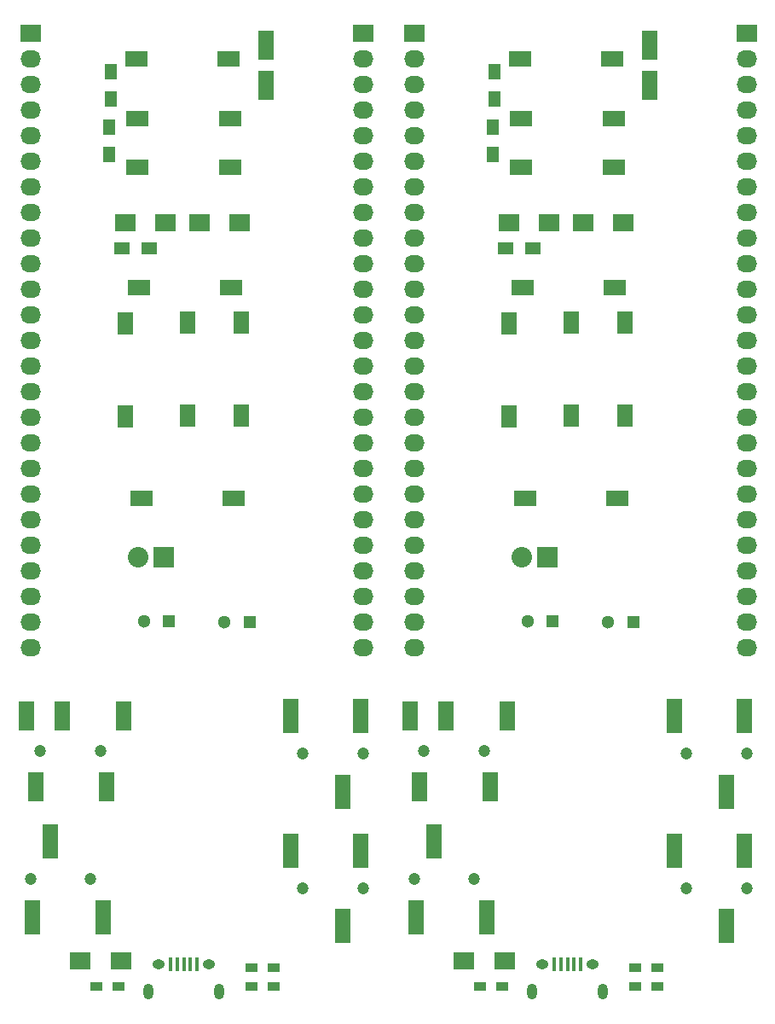
<source format=gbr>
%TF.GenerationSoftware,KiCad,Pcbnew,6.0.10-86aedd382b~118~ubuntu22.04.1*%
%TF.CreationDate,2022-12-28T16:13:35+01:00*%
%TF.ProjectId,BM83_breadboard_adapter_panel,424d3833-5f62-4726-9561-64626f617264,rev?*%
%TF.SameCoordinates,Original*%
%TF.FileFunction,Soldermask,Top*%
%TF.FilePolarity,Negative*%
%FSLAX46Y46*%
G04 Gerber Fmt 4.6, Leading zero omitted, Abs format (unit mm)*
G04 Created by KiCad (PCBNEW 6.0.10-86aedd382b~118~ubuntu22.04.1) date 2022-12-28 16:13:35*
%MOMM*%
%LPD*%
G01*
G04 APERTURE LIST*
%ADD10R,2.000000X1.700000*%
%ADD11C,1.200000*%
%ADD12R,1.500000X3.500000*%
%ADD13R,2.032000X1.727200*%
%ADD14O,2.032000X1.727200*%
%ADD15R,1.500000X1.300000*%
%ADD16R,1.300000X1.500000*%
%ADD17R,2.180000X1.600000*%
%ADD18R,1.600000X2.180000*%
%ADD19R,1.500000X3.000000*%
%ADD20R,1.200000X0.900000*%
%ADD21R,2.032000X2.032000*%
%ADD22O,2.032000X2.032000*%
%ADD23R,0.400000X1.350000*%
%ADD24O,1.250000X0.950000*%
%ADD25O,1.000000X1.550000*%
%ADD26R,1.300000X1.300000*%
%ADD27C,1.300000*%
%ADD28R,1.501140X2.999740*%
G04 APERTURE END LIST*
D10*
%TO.C,D1*%
X215918800Y-104825800D03*
X211918800Y-104825800D03*
%TD*%
D11*
%TO.C,J2*%
X222142800Y-157530800D03*
X228142800Y-157530800D03*
D12*
X227942800Y-153780800D03*
X220942800Y-153780800D03*
X226142800Y-161280800D03*
%TD*%
D13*
%TO.C,J4*%
X228142800Y-86029800D03*
D14*
X228142800Y-88569800D03*
X228142800Y-91109800D03*
X228142800Y-93649800D03*
X228142800Y-96189800D03*
X228142800Y-98729800D03*
X228142800Y-101269800D03*
X228142800Y-103809800D03*
X228142800Y-106349800D03*
X228142800Y-108889800D03*
X228142800Y-111429800D03*
X228142800Y-113969800D03*
X228142800Y-116509800D03*
X228142800Y-119049800D03*
X228142800Y-121589800D03*
X228142800Y-124129800D03*
X228142800Y-126669800D03*
X228142800Y-129209800D03*
X228142800Y-131749800D03*
X228142800Y-134289800D03*
X228142800Y-136829800D03*
X228142800Y-139369800D03*
X228142800Y-141909800D03*
X228142800Y-144449800D03*
X228142800Y-146989800D03*
%TD*%
D13*
%TO.C,J5*%
X195122800Y-86029800D03*
D14*
X195122800Y-88569800D03*
X195122800Y-91109800D03*
X195122800Y-93649800D03*
X195122800Y-96189800D03*
X195122800Y-98729800D03*
X195122800Y-101269800D03*
X195122800Y-103809800D03*
X195122800Y-106349800D03*
X195122800Y-108889800D03*
X195122800Y-111429800D03*
X195122800Y-113969800D03*
X195122800Y-116509800D03*
X195122800Y-119049800D03*
X195122800Y-121589800D03*
X195122800Y-124129800D03*
X195122800Y-126669800D03*
X195122800Y-129209800D03*
X195122800Y-131749800D03*
X195122800Y-134289800D03*
X195122800Y-136829800D03*
X195122800Y-139369800D03*
X195122800Y-141909800D03*
X195122800Y-144449800D03*
X195122800Y-146989800D03*
%TD*%
D15*
%TO.C,R14*%
X204186800Y-107365800D03*
X206886800Y-107365800D03*
%TD*%
D16*
%TO.C,R10*%
X203123800Y-92586800D03*
X203123800Y-89886800D03*
%TD*%
D17*
%TO.C,SW7*%
X205760370Y-99362480D03*
X214965230Y-99367120D03*
%TD*%
D18*
%TO.C,SW6*%
X210746120Y-114764870D03*
X210741480Y-123969730D03*
%TD*%
D17*
%TO.C,SW8*%
X214965230Y-94541120D03*
X205760370Y-94536480D03*
%TD*%
D11*
%TO.C,U2*%
X202090800Y-157276800D03*
X196090800Y-157276800D03*
D19*
X202690800Y-160776800D03*
X195690800Y-160776800D03*
X194690800Y-153776800D03*
X198290800Y-153776800D03*
X204390800Y-153776800D03*
%TD*%
D10*
%TO.C,L1*%
X200107800Y-178104800D03*
X204107800Y-178104800D03*
%TD*%
D20*
%TO.C,RV3*%
X217052800Y-180644800D03*
X219252800Y-180644800D03*
%TD*%
D17*
%TO.C,SW1*%
X206141370Y-132191980D03*
X215346230Y-132196620D03*
%TD*%
D21*
%TO.C,JP3*%
X208330800Y-138036300D03*
D22*
X205790800Y-138036300D03*
%TD*%
D11*
%TO.C,J6*%
X222142800Y-170865800D03*
X228142800Y-170865800D03*
D12*
X227942800Y-167115800D03*
X220942800Y-167115800D03*
X226142800Y-174615800D03*
%TD*%
D10*
%TO.C,D2*%
X204552800Y-104825800D03*
X208552800Y-104825800D03*
%TD*%
D23*
%TO.C,J3*%
X209061900Y-178447260D03*
X209711900Y-178447260D03*
X210361900Y-178447260D03*
X211011900Y-178447260D03*
X211661900Y-178447260D03*
D24*
X207861900Y-178447260D03*
X212861900Y-178447260D03*
D25*
X213861900Y-181147260D03*
X206861900Y-181147260D03*
%TD*%
D17*
%TO.C,SW9*%
X205633370Y-88567480D03*
X214838230Y-88572120D03*
%TD*%
D26*
%TO.C,C22*%
X216916000Y-144449800D03*
D27*
X214416000Y-144449800D03*
%TD*%
D18*
%TO.C,SW3*%
X204579660Y-124033230D03*
X204584300Y-114828370D03*
%TD*%
D26*
%TO.C,C15*%
X208889600Y-144399000D03*
D27*
X206389600Y-144399000D03*
%TD*%
D28*
%TO.C,C12*%
X218490800Y-87205820D03*
X218490800Y-91203780D03*
%TD*%
D11*
%TO.C,J1*%
X201122800Y-169976800D03*
X195122800Y-169976800D03*
D12*
X195322800Y-173726800D03*
X202322800Y-173726800D03*
X197122800Y-166226800D03*
%TD*%
D20*
%TO.C,RV2*%
X217052800Y-178739800D03*
X219252800Y-178739800D03*
%TD*%
%TO.C,RV1*%
X203842800Y-180644800D03*
X201642800Y-180644800D03*
%TD*%
D18*
%TO.C,SW4*%
X216075480Y-123969730D03*
X216080120Y-114764870D03*
%TD*%
D17*
%TO.C,SW2*%
X205887370Y-111300480D03*
X215092230Y-111305120D03*
%TD*%
D16*
%TO.C,R15*%
X202971400Y-95373200D03*
X202971400Y-98073200D03*
%TD*%
D18*
%TO.C,SW4*%
X177975480Y-123969730D03*
X177980120Y-114764870D03*
%TD*%
D26*
%TO.C,C15*%
X170789600Y-144399000D03*
D27*
X168289600Y-144399000D03*
%TD*%
D17*
%TO.C,SW8*%
X176865230Y-94541120D03*
X167660370Y-94536480D03*
%TD*%
D11*
%TO.C,U2*%
X157990800Y-157276800D03*
X163990800Y-157276800D03*
D19*
X164590800Y-160776800D03*
X157590800Y-160776800D03*
X156590800Y-153776800D03*
X160190800Y-153776800D03*
X166290800Y-153776800D03*
%TD*%
D10*
%TO.C,L1*%
X162007800Y-178104800D03*
X166007800Y-178104800D03*
%TD*%
D20*
%TO.C,RV3*%
X178952800Y-180644800D03*
X181152800Y-180644800D03*
%TD*%
D17*
%TO.C,SW1*%
X168041370Y-132191980D03*
X177246230Y-132196620D03*
%TD*%
D21*
%TO.C,JP3*%
X170230800Y-138036300D03*
D22*
X167690800Y-138036300D03*
%TD*%
D11*
%TO.C,J6*%
X184042800Y-170865800D03*
X190042800Y-170865800D03*
D12*
X189842800Y-167115800D03*
X182842800Y-167115800D03*
X188042800Y-174615800D03*
%TD*%
D10*
%TO.C,D2*%
X166452800Y-104825800D03*
X170452800Y-104825800D03*
%TD*%
D23*
%TO.C,J3*%
X170961900Y-178447260D03*
X171611900Y-178447260D03*
X172261900Y-178447260D03*
X172911900Y-178447260D03*
X173561900Y-178447260D03*
D24*
X169761900Y-178447260D03*
D25*
X168761900Y-181147260D03*
X175761900Y-181147260D03*
D24*
X174761900Y-178447260D03*
%TD*%
D17*
%TO.C,SW9*%
X167533370Y-88567480D03*
X176738230Y-88572120D03*
%TD*%
D26*
%TO.C,C22*%
X178816000Y-144449800D03*
D27*
X176316000Y-144449800D03*
%TD*%
D18*
%TO.C,SW3*%
X166479660Y-124033230D03*
X166484300Y-114828370D03*
%TD*%
D28*
%TO.C,C12*%
X180390800Y-87205820D03*
X180390800Y-91203780D03*
%TD*%
D11*
%TO.C,J1*%
X163022800Y-169976800D03*
X157022800Y-169976800D03*
D12*
X157222800Y-173726800D03*
X164222800Y-173726800D03*
X159022800Y-166226800D03*
%TD*%
D20*
%TO.C,RV2*%
X178952800Y-178739800D03*
X181152800Y-178739800D03*
%TD*%
%TO.C,RV1*%
X165742800Y-180644800D03*
X163542800Y-180644800D03*
%TD*%
D17*
%TO.C,SW2*%
X167787370Y-111300480D03*
X176992230Y-111305120D03*
%TD*%
D16*
%TO.C,R15*%
X164871400Y-95373200D03*
X164871400Y-98073200D03*
%TD*%
D17*
%TO.C,SW7*%
X167660370Y-99362480D03*
X176865230Y-99367120D03*
%TD*%
D13*
%TO.C,J5*%
X157022800Y-86029800D03*
D14*
X157022800Y-88569800D03*
X157022800Y-91109800D03*
X157022800Y-93649800D03*
X157022800Y-96189800D03*
X157022800Y-98729800D03*
X157022800Y-101269800D03*
X157022800Y-103809800D03*
X157022800Y-106349800D03*
X157022800Y-108889800D03*
X157022800Y-111429800D03*
X157022800Y-113969800D03*
X157022800Y-116509800D03*
X157022800Y-119049800D03*
X157022800Y-121589800D03*
X157022800Y-124129800D03*
X157022800Y-126669800D03*
X157022800Y-129209800D03*
X157022800Y-131749800D03*
X157022800Y-134289800D03*
X157022800Y-136829800D03*
X157022800Y-139369800D03*
X157022800Y-141909800D03*
X157022800Y-144449800D03*
X157022800Y-146989800D03*
%TD*%
D16*
%TO.C,R10*%
X165023800Y-92586800D03*
X165023800Y-89886800D03*
%TD*%
D18*
%TO.C,SW6*%
X172646120Y-114764870D03*
X172641480Y-123969730D03*
%TD*%
D10*
%TO.C,D1*%
X177818800Y-104825800D03*
X173818800Y-104825800D03*
%TD*%
D13*
%TO.C,J4*%
X190042800Y-86029800D03*
D14*
X190042800Y-88569800D03*
X190042800Y-91109800D03*
X190042800Y-93649800D03*
X190042800Y-96189800D03*
X190042800Y-98729800D03*
X190042800Y-101269800D03*
X190042800Y-103809800D03*
X190042800Y-106349800D03*
X190042800Y-108889800D03*
X190042800Y-111429800D03*
X190042800Y-113969800D03*
X190042800Y-116509800D03*
X190042800Y-119049800D03*
X190042800Y-121589800D03*
X190042800Y-124129800D03*
X190042800Y-126669800D03*
X190042800Y-129209800D03*
X190042800Y-131749800D03*
X190042800Y-134289800D03*
X190042800Y-136829800D03*
X190042800Y-139369800D03*
X190042800Y-141909800D03*
X190042800Y-144449800D03*
X190042800Y-146989800D03*
%TD*%
D11*
%TO.C,J2*%
X184042800Y-157530800D03*
X190042800Y-157530800D03*
D12*
X189842800Y-153780800D03*
X182842800Y-153780800D03*
X188042800Y-161280800D03*
%TD*%
D15*
%TO.C,R14*%
X166086800Y-107365800D03*
X168786800Y-107365800D03*
%TD*%
M02*

</source>
